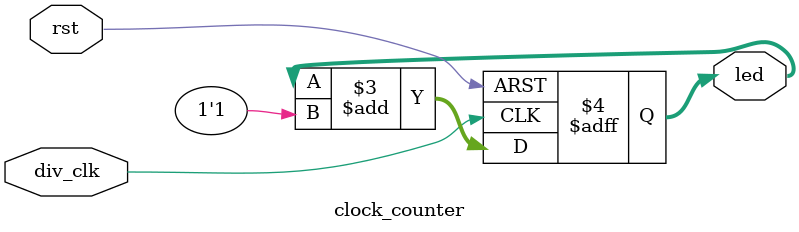
<source format=v>
module clock_counter (
    input	div_clk,	// Divided clock signal
    input	rst,		
    output  reg [3:0]   led	// Why reg? we want to connect these lines to the D flip-flops.
				// They'll be a part of a procedural assignment. Also, see: https://youtu.be/LwQsyeuf9Sk?t=416
);

    // Count up on (divided) clock rising edge or reset on button push
    always @ (posedge div_clk or posedge rst) begin	
        if (rst == 1'b1) begin
            led <= 4'b0;
        end else begin
            led <= led + 1'b1;	// We are using <= because this is all registered. If it was a wire, we could have potentially
				// connected a low line to a high line and that's bad. <= procedural assignment says: read the 
				// 4-bit value on the led bus, add 1 to it, and then store it back. It's all registered.
				// It's not trivial that "+" works here. The synthesis tool knows how to handle basic addition.
				// The synthesis tool creates some kind of adder circuitry. There are different ways to implement it.
        end
    end
endmodule

</source>
